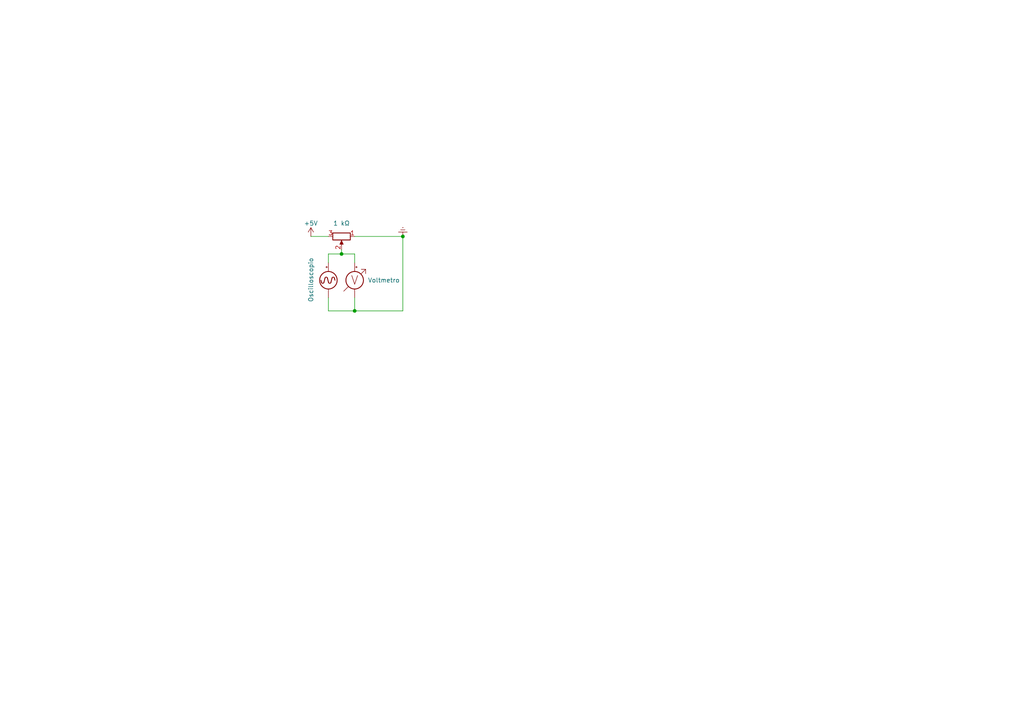
<source format=kicad_sch>
(kicad_sch (version 20230121) (generator eeschema)
  (paper "A4")
  (lib_symbols
    (symbol "Device:Oscilloscope" (pin_numbers hide) (pin_names (offset 0.0254) hide)
      (property "Reference" "MES" (at -3.302 1.016 0))
      (property "Value" "Oscilloscope" (at -3.302 -0.762 0))
      (symbol "Oscilloscope_0_0"
        (arc (start -1.016 0.508) (mid -1.397 0.8874) (end -1.778 0.508) (stroke (width 0.254)))
        (arc (start -0.762 -0.508) (mid -0.381 -0.8874) (end 0 -0.508) (stroke (width 0.254)))
        (polyline (pts (xy -1.778 0.508) (xy -1.905 0)) (stroke (width 0.254)))
        (polyline (pts (xy -1.016 0.508) (xy -0.762 -0.508)) (stroke (width 0.254)))
        (polyline (pts (xy 0 -0.508) (xy 0.254 0.508)) (stroke (width 0.254)))
        (polyline (pts (xy 1.016 0.508) (xy 1.27 -0.508)) (stroke (width 0.254)))
        (polyline (pts (xy 2.032 -0.508) (xy 2.159 0)) (stroke (width 0.254)))
        (arc (start 1.016 0.508) (mid 0.635 0.8874) (end 0.254 0.508) (stroke (width 0.254)))
        (arc (start 1.27 -0.508) (mid 1.651 -0.8874) (end 2.032 -0.508) (stroke (width 0.254)))
      )
      (symbol "Oscilloscope_0_1"
        (polyline (pts (xy 0.254 3.81) (xy 0.762 3.81)))
        (polyline (pts (xy 0.508 4.064) (xy 0.508 3.556)))
        (circle (center 0 0) (radius 2.54) (stroke (width 0.254)))
      )
      (symbol "Oscilloscope_1_1"
        (pin passive line (at 0 -5.08 90) (length 2.54) (name "-") (number "1"))
        (pin passive line (at 0 5.08 270) (length 2.54) (name "+") (number "2"))
      )
    )
    (symbol "Device:R_Potentiometer" (pin_names (offset 1.016) hide)
      (property "Reference" "RV" (at -4.445 0 90))
      (property "Value" "R_Potentiometer" (at -2.54 0 90))
      (symbol "R_Potentiometer_0_1"
        (polyline (pts (xy 2.54 0) (xy 1.524 0)))
        (polyline (pts (xy 1.143 0) (xy 2.286 0.508) (xy 2.286 -0.508) (xy 1.143 0)) (fill (type outline)))
        (rectangle (start 1.016 2.54) (end -1.016 -2.54) (stroke (width 0.254)))
      )
      (symbol "R_Potentiometer_1_1"
        (pin passive line (at 0 3.81 270) (length 1.27) (name "1") (number "1"))
        (pin passive line (at 3.81 0 180) (length 1.27) (name "2") (number "2"))
        (pin passive line (at 0 -3.81 90) (length 1.27) (name "3") (number "3"))
      )
    )
    (symbol "Device:Voltmeter_DC" (pin_numbers hide) (pin_names (offset 0.0254) hide)
      (property "Reference" "MES" (at -3.302 1.016 0))
      (property "Value" "Voltmeter_DC" (at -3.302 -0.762 0))
      (symbol "Voltmeter_DC_0_0"
        (polyline (pts (xy -3.175 -3.175) (xy -1.905 -1.905)))
        (polyline (pts (xy 1.905 1.905) (xy 3.175 3.175)))
        (polyline (pts (xy 1.905 3.175) (xy 3.175 3.175) (xy 3.175 1.905)))
        (text "V" (at 0 0 0) (effects (font (size 2.54 2.54))))
      )
      (symbol "Voltmeter_DC_0_1"
        (polyline (pts (xy 0.254 3.81) (xy 0.762 3.81)))
        (polyline (pts (xy 0.508 4.064) (xy 0.508 3.556)))
        (circle (center 0 0) (radius 2.54) (stroke (width 0.254)))
      )
      (symbol "Voltmeter_DC_1_1"
        (pin passive line (at 0 -5.08 90) (length 2.54) (name "-") (number "1"))
        (pin passive line (at 0 5.08 270) (length 2.54) (name "+") (number "2"))
      )
    )
    (symbol "power:+5V" (power) (pin_names (offset 0))
      (property "Value" "+5V" (at 0 3.556 0))
      (symbol "+5V_0_1"
        (polyline (pts (xy -0.762 1.27) (xy 0 2.54)))
        (polyline (pts (xy 0 0) (xy 0 2.54)))
        (polyline (pts (xy 0 2.54) (xy 0.762 1.27)))
      )
      (symbol "+5V_1_1"
        (pin power_in line (at 0 0 90) (length 0) hide (name "+5V") (number "1"))
      )
    )
    (symbol "power:Earth" (power) (pin_names (offset 0))
      (symbol "Earth_0_1"
        (polyline (pts (xy -0.635 -1.905) (xy 0.635 -1.905)))
        (polyline (pts (xy -0.127 -2.54) (xy 0.127 -2.54)))
        (polyline (pts (xy 0 -1.27) (xy 0 0)))
        (polyline (pts (xy 1.27 -1.27) (xy -1.27 -1.27)))
      )
      (symbol "Earth_1_1"
        (pin power_in line (at 0 0 270) (length 0) hide (name "Earth") (number "1"))
      )
    )
  )
  (junction (at 116.84 68.58))
  (junction (at 102.87 90.17))
  (junction (at 99.06 73.66))
  (wire (pts (xy 102.87 68.58) (xy 116.84 68.58)))
  (wire (pts (xy 102.87 86.36) (xy 102.87 90.17)))
  (wire (pts (xy 99.06 73.66) (xy 99.06 72.39)))
  (wire (pts (xy 95.25 73.66) (xy 99.06 73.66)))
  (wire (pts (xy 102.87 90.17) (xy 116.84 90.17)))
  (wire (pts (xy 116.84 68.58) (xy 116.84 90.17)))
  (wire (pts (xy 102.87 76.2) (xy 102.87 73.66)))
  (wire (pts (xy 95.25 90.17) (xy 95.25 86.36)))
  (wire (pts (xy 99.06 73.66) (xy 102.87 73.66)))
  (wire (pts (xy 95.25 90.17) (xy 102.87 90.17)))
  (wire (pts (xy 90.17 68.58) (xy 95.25 68.58)))
  (wire (pts (xy 95.25 76.2) (xy 95.25 73.66)))
  (symbol (lib_id "Device:Voltmeter_DC") (at 102.87 81.28 0) (unit 1)
    (property "Reference" "MES2" (effects hide))
    (property "Value" "Voltmetro" (at 106.68 81.28 0) (effects (justify left)))
  )
  (symbol (lib_id "Device:R_Potentiometer") (at 99.06 68.58 270) (unit 1)
    (property "Reference" "RV1" (effects hide))
    (property "Value" "1 kΩ" (at 99.06 64.77 90))
  )
  (symbol (lib_id "power:+5V") (at 90.17 68.58 0) (unit 1)
    (property "Reference" "#PWR01" (effects hide))
    (property "Value" "+5V" (at 90.17 64.77 0))
  )
  (symbol (lib_id "power:Earth") (at 116.84 68.58 0) (mirror x) (unit 1)
    (property "Reference" "#PWR02" (effects hide))
    (property "Value" "Earth" (effects hide))
  )
  (symbol (lib_id "Device:Oscilloscope") (at 95.25 81.28 0) (mirror y) (unit 1)
    (property "Reference" "MES1" (effects hide))
    (property "Value" "Oscilloscopio" (at 90.17 87.63 90) (effects (justify left)))
  )
  (sheet (at 62.23 259.08) (size 71.12 48.26) (stroke (width 0.1524))
    (property "Sheetname" "circuito_diodo" (at 62.23 258.3684 0) (effects (justify left bottom)))
    (property "Sheetfile" "circuito_diodo.kicad_sch" (at 62.23 307.9246 0) (effects (justify left top)))
  )
)
</source>
